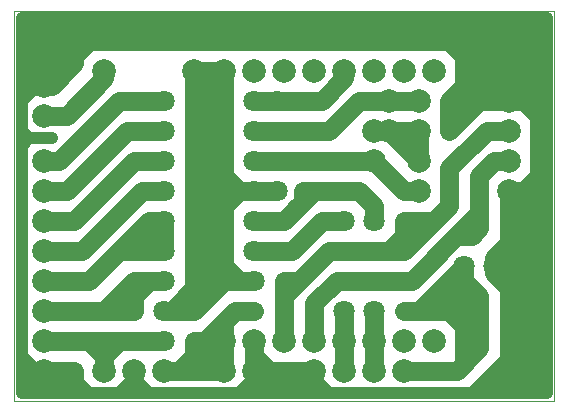
<source format=gbr>
%FSLAX34Y34*%
%MOMM*%
%LNSILK_TOP*%
G71*
G01*
%ADD10C, 0.10*%
%ADD11C, 4.00*%
%ADD12C, 2.00*%
%ADD13C, 2.00*%
%ADD14C, 1.60*%
%ADD15C, 1.80*%
%ADD16C, 1.00*%
%ADD17C, 1.80*%
%LPD*%
G54D10*
X698500Y850900D02*
X698500Y520700D01*
X393700Y520700D01*
G54D10*
X393700Y850900D02*
X698500Y850900D01*
G54D10*
X406400Y850900D02*
X241300Y850900D01*
X241300Y520700D01*
X406400Y520700D01*
X279400Y825500D02*
G54D11*
D03*
X520700Y800100D02*
G54D12*
D03*
X546100Y800100D02*
G54D12*
D03*
X419100Y571500D02*
G54D12*
D03*
X469900Y571500D02*
G54D12*
D03*
X495300Y571500D02*
G54D12*
D03*
X520700Y571500D02*
G54D12*
D03*
X546100Y571500D02*
G54D12*
D03*
X266700Y673100D02*
G54D12*
D03*
X266700Y698500D02*
G54D12*
D03*
X266700Y723900D02*
G54D12*
D03*
X266700Y762000D02*
G54D12*
D03*
X266700Y647700D02*
G54D12*
D03*
X266700Y622300D02*
G54D12*
D03*
X266700Y596900D02*
G54D12*
D03*
X266700Y787400D02*
G54D12*
D03*
X368300Y546100D02*
G54D12*
D03*
X342900Y546100D02*
G54D12*
D03*
X317500Y546100D02*
G54D12*
D03*
X660400Y749300D02*
G54D13*
D03*
X660400Y774700D02*
G54D13*
D03*
X266700Y571500D02*
G54D12*
D03*
X584200Y774700D02*
G54D13*
D03*
X584200Y749300D02*
G54D13*
D03*
X584200Y723900D02*
G54D13*
D03*
X660400Y723900D02*
G54D13*
D03*
X266700Y546100D02*
G54D12*
D03*
X584200Y698500D02*
G54D13*
D03*
X571500Y800100D02*
G54D12*
D03*
X596900Y800100D02*
G54D12*
D03*
X495300Y800100D02*
G54D12*
D03*
X469900Y800100D02*
G54D12*
D03*
X444500Y800100D02*
G54D12*
D03*
X419100Y800100D02*
G54D12*
D03*
G54D14*
X622300Y800100D02*
X622300Y838200D01*
X571500Y838200D01*
X571500Y825500D01*
X628650Y825500D01*
G54D14*
X609600Y825500D02*
X622300Y812800D01*
G54D14*
X558800Y838200D02*
X571500Y825500D01*
G54D14*
X603250Y838200D02*
X323850Y838200D01*
G54D14*
X584200Y825500D02*
X558800Y825500D01*
X546100Y838200D01*
G54D14*
X628650Y825500D02*
X628650Y806450D01*
X635000Y800100D01*
X647700Y800100D01*
X660400Y812800D01*
X654050Y812800D01*
X647700Y819150D01*
G54D10*
X241300Y850900D02*
X698500Y850900D01*
X698500Y520700D01*
X241300Y520700D01*
X241300Y850900D01*
X673100Y838200D02*
G54D15*
D03*
X673100Y533400D02*
G54D15*
D03*
G54D14*
X444500Y571500D02*
X444500Y533400D01*
X571500Y571500D02*
G54D12*
D03*
X596900Y571500D02*
G54D12*
D03*
G54D14*
X254000Y838200D02*
X323850Y838200D01*
G54D14*
X260350Y831850D02*
X260350Y819150D01*
X254000Y812800D01*
G54D16*
X266700Y838200D02*
X247650Y838200D01*
X247650Y533400D01*
X254000Y533400D01*
G54D16*
X431800Y527050D02*
X247650Y527050D01*
X247650Y552450D01*
G54D16*
X247650Y539750D02*
X260350Y527050D01*
G54D16*
X431800Y527050D02*
X692150Y527050D01*
X692150Y844550D01*
X247650Y844550D01*
X247650Y806450D01*
X254000Y800100D01*
G54D16*
X254000Y800100D02*
X254000Y793750D01*
X247650Y787400D01*
G54D14*
X342900Y546100D02*
X342900Y533400D01*
G54D16*
X342900Y546100D02*
X342900Y539750D01*
X355600Y527050D01*
G54D16*
X342900Y546100D02*
X342900Y539750D01*
X330200Y527050D01*
X673100Y812800D02*
G54D15*
D03*
X673100Y558800D02*
G54D15*
D03*
G54D14*
X266700Y571500D02*
X317500Y571500D01*
X317500Y546100D01*
G54D14*
X317500Y558800D02*
X304800Y571500D01*
G54D14*
X254000Y546100D02*
X292100Y546100D01*
X292100Y539750D01*
X285750Y533400D01*
G54D16*
X298450Y533400D02*
X304800Y527050D01*
G54D16*
X279400Y533400D02*
X254000Y533400D01*
X254000Y546100D01*
X266700Y533400D01*
X279400Y533400D01*
X368300Y596900D02*
G54D15*
D03*
X368300Y571500D02*
G54D15*
D03*
G54D14*
X368300Y571500D02*
X317500Y571500D01*
G54D14*
X330200Y571500D02*
X317500Y558800D01*
G54D14*
X393700Y571500D02*
X419100Y571500D01*
G54D14*
X368300Y546100D02*
X381000Y546100D01*
X393700Y558800D01*
X393700Y571500D01*
X393700Y558800D01*
X406400Y571500D01*
G54D16*
X266700Y546100D02*
X260350Y546100D01*
X247650Y558800D01*
G54D16*
X304800Y527050D02*
X292100Y539750D01*
X444500Y571500D02*
G54D12*
D03*
X495300Y546100D02*
G54D12*
D03*
X546100Y546100D02*
G54D12*
D03*
X520700Y546100D02*
G54D12*
D03*
X419100Y546100D02*
G54D13*
D03*
G54D16*
X444500Y546100D02*
X444500Y539750D01*
X431800Y527050D01*
G54D16*
X444500Y546100D02*
X444500Y539750D01*
X457200Y527050D01*
G54D14*
X368300Y546100D02*
X419100Y546100D01*
X419100Y571500D01*
X400050Y552450D01*
X660400Y698500D02*
G54D13*
D03*
X558800Y774700D02*
G54D13*
D03*
X558800Y749300D02*
G54D13*
D03*
X546100Y723900D02*
G54D13*
D03*
G54D14*
X584200Y774700D02*
X558800Y774700D01*
G54D14*
X660400Y774700D02*
X673100Y774700D01*
G54D14*
X660400Y698500D02*
X673100Y698500D01*
X520700Y596900D02*
G54D17*
D03*
X546100Y596900D02*
G54D17*
D03*
X546100Y673100D02*
G54D17*
D03*
G54D14*
X685800Y838200D02*
X685800Y533400D01*
G54D14*
X660400Y698500D02*
X685800Y698500D01*
G54D14*
X660400Y774700D02*
X685800Y774700D01*
G54D14*
X520700Y596900D02*
X520700Y571500D01*
G54D14*
X546100Y596900D02*
X546100Y571500D01*
X368300Y774700D02*
G54D17*
D03*
X444500Y774700D02*
G54D17*
D03*
X444500Y749300D02*
G54D17*
D03*
X444500Y723900D02*
G54D17*
D03*
X368300Y749300D02*
G54D17*
D03*
X368300Y723900D02*
G54D17*
D03*
X368300Y698500D02*
G54D17*
D03*
X368300Y673100D02*
G54D17*
D03*
X368300Y647700D02*
G54D17*
D03*
X368300Y622300D02*
G54D17*
D03*
X444500Y698500D02*
G54D17*
D03*
X444500Y673100D02*
G54D17*
D03*
X444500Y647700D02*
G54D17*
D03*
X444500Y622300D02*
G54D17*
D03*
G54D14*
X266700Y787400D02*
X254000Y787400D01*
G54D14*
X254000Y793750D02*
X254000Y800100D01*
X279400Y825500D01*
X266700Y825500D01*
X304800Y825500D01*
X298450Y825500D01*
X273050Y800100D01*
X254000Y800100D01*
G54D14*
X368300Y749300D02*
X336550Y749300D01*
X285750Y698500D01*
X266700Y698500D01*
G54D14*
X368300Y723900D02*
X342900Y723900D01*
X292100Y673100D01*
X266700Y673100D01*
G54D14*
X444500Y622300D02*
X419100Y622300D01*
X419100Y698500D01*
X444500Y698500D01*
X546100Y749300D02*
G54D13*
D03*
G54D14*
X520700Y800100D02*
X520700Y793750D01*
X501650Y774700D01*
X444500Y774700D01*
G54D14*
X584200Y774700D02*
X533400Y774700D01*
X508000Y749300D01*
X444500Y749300D01*
G54D14*
X584200Y698500D02*
X571500Y698500D01*
X546100Y723900D01*
X444500Y723900D01*
G54D14*
X584200Y723900D02*
X584200Y749300D01*
X546100Y749300D01*
G54D14*
X419100Y698500D02*
X419100Y800100D01*
G54D14*
X266700Y647700D02*
X298450Y647700D01*
X349250Y698500D01*
X368300Y698500D01*
G54D14*
X368300Y622300D02*
X342900Y622300D01*
G54D14*
X368300Y673100D02*
X355600Y673100D01*
X304800Y622300D01*
X266700Y622300D01*
G54D14*
X317500Y596900D02*
X342900Y596900D01*
X342900Y622300D01*
G54D14*
X368300Y622300D02*
X355600Y622300D01*
X330200Y596900D01*
G54D14*
X266700Y723900D02*
X279400Y723900D01*
X330200Y774700D01*
X368300Y774700D01*
G54D14*
X571500Y749300D02*
X584200Y736600D01*
G54D14*
X584200Y723900D02*
X558800Y749300D01*
G54D14*
X368300Y647700D02*
X368300Y673100D01*
G54D14*
X368300Y647700D02*
X330200Y647700D01*
X342900Y647700D01*
X355600Y660400D01*
G54D14*
X368300Y622300D02*
X342900Y622300D01*
X317500Y596900D01*
X266700Y596900D01*
G54D14*
X444500Y698500D02*
X431800Y698500D01*
X419100Y711200D01*
G54D14*
X444500Y698500D02*
X431800Y698500D01*
X419100Y685800D01*
G54D14*
X444500Y622300D02*
X431800Y622300D01*
X419100Y635000D01*
G54D14*
X571500Y660400D02*
X584200Y673100D01*
G54D14*
X609600Y774700D02*
X685800Y774700D01*
G54D14*
X609600Y774700D02*
X622300Y787400D01*
X622300Y812800D01*
G54D14*
X609600Y774700D02*
X609600Y749300D01*
X635000Y774700D01*
X673100Y774700D01*
X685800Y762000D01*
G54D14*
X679450Y781050D02*
X628650Y781050D01*
X622300Y787400D01*
X666750Y787400D01*
X673100Y793750D01*
X673100Y838200D01*
X641350Y838200D01*
X635000Y831850D01*
X628650Y831850D01*
X622300Y838200D01*
X628650Y838200D01*
X647700Y819150D01*
X654050Y819150D01*
X660400Y825500D01*
X654050Y825500D01*
X647700Y819150D01*
X641350Y819150D01*
X628650Y806450D01*
X641350Y806450D01*
X647700Y800100D01*
X660400Y812800D01*
X660400Y793750D01*
G54D14*
X660400Y698500D02*
X673100Y698500D01*
X685800Y711200D01*
G54D14*
X520700Y673100D02*
X501650Y673100D01*
X476250Y647700D01*
X444500Y647700D01*
G54D14*
X546100Y673100D02*
X546100Y685800D01*
X533400Y698500D01*
X495300Y698500D01*
X469900Y673100D01*
X444500Y673100D01*
G54D14*
X571500Y660400D02*
X571500Y673100D01*
X584200Y673100D01*
X463550Y698500D02*
G54D17*
D03*
X463550Y774700D02*
G54D17*
D03*
G54D14*
X463550Y698500D02*
X444500Y698500D01*
G54D14*
X368300Y596900D02*
X374650Y596900D01*
X400050Y622300D01*
X444500Y622300D01*
G54D14*
X419100Y800100D02*
X393700Y774700D01*
X393700Y615950D01*
X374650Y596900D01*
X368300Y596900D01*
G54D14*
X609600Y654050D02*
X635000Y679450D01*
G54D14*
X660400Y723900D02*
X647700Y723900D01*
X635000Y711200D01*
X635000Y679450D01*
G54D14*
X565150Y622300D02*
X577850Y622300D01*
X609600Y654050D01*
X622300Y635000D02*
G54D17*
D03*
X647700Y635000D02*
G54D17*
D03*
G54D14*
X609600Y654050D02*
X615950Y660400D01*
X628650Y660400D01*
X628650Y673100D01*
X635000Y679450D01*
G54D14*
X622300Y635000D02*
X622300Y596900D01*
X571500Y596900D01*
G54D14*
X635000Y571500D02*
X622300Y571500D01*
X622300Y596900D01*
G54D14*
X622300Y635000D02*
X584200Y596900D01*
X609600Y596900D01*
X609600Y609600D01*
X615950Y615950D01*
G54D14*
X609600Y596900D02*
X622300Y584200D01*
G54D14*
X635000Y571500D02*
X635000Y609600D01*
X622300Y622300D01*
X622300Y635000D01*
G54D14*
X673100Y558800D02*
X673100Y685800D01*
X673100Y666750D01*
X660400Y654050D01*
X660400Y615950D01*
X520700Y673100D02*
G54D17*
D03*
G54D14*
X400050Y622300D02*
X400050Y774700D01*
X406400Y781050D01*
X406400Y635000D01*
G54D16*
X266700Y787400D02*
X260350Y787400D01*
X247650Y774700D01*
G54D16*
X247650Y742950D02*
X273050Y742950D01*
X254000Y742950D01*
X247650Y749300D01*
G54D16*
X254000Y742950D02*
X247650Y736600D01*
G54D14*
X469900Y609600D02*
X469900Y622300D01*
X482600Y622300D01*
G54D14*
X495300Y698500D02*
X485775Y698500D01*
X485775Y688975D01*
X479425Y682625D01*
G54D14*
X368300Y546100D02*
X419100Y546100D01*
X419100Y571500D01*
X393700Y571500D01*
X393700Y558800D01*
X381000Y546100D01*
X393700Y546100D01*
X400050Y552450D01*
X400050Y565150D01*
X406400Y571500D01*
G54D14*
X444500Y596900D02*
X428625Y596900D01*
X419100Y587375D01*
X419100Y571500D01*
G54D14*
X400050Y565150D02*
X400050Y568325D01*
X419100Y587375D01*
G54D14*
X374650Y596900D02*
X393700Y596900D01*
X419100Y622300D01*
G54D14*
X495300Y571500D02*
X495300Y603250D01*
X514350Y622300D01*
X577850Y622300D01*
X635000Y679450D01*
X635000Y711200D01*
X647700Y723900D01*
X660400Y723900D01*
G54D14*
X660400Y749300D02*
X641350Y749300D01*
X609600Y717550D01*
X609600Y685800D01*
X571500Y647700D01*
X508000Y647700D01*
X469900Y609600D01*
X469900Y571500D01*
G54D14*
X571500Y673100D02*
X571500Y647700D01*
X571500Y673100D01*
X596900Y673100D01*
X444500Y546100D02*
G54D13*
D03*
G54D14*
X495300Y546100D02*
X444500Y546100D01*
G54D14*
X444500Y558800D02*
X457200Y546100D01*
G54D14*
X495300Y546100D02*
X495300Y533400D01*
X457200Y533400D01*
G54D14*
X520700Y546100D02*
X520700Y571500D01*
G54D14*
X546100Y546100D02*
X546100Y571500D01*
X571500Y546100D02*
G54D12*
D03*
G54D14*
X571500Y546100D02*
X615950Y546100D01*
X622300Y552450D01*
X622300Y571500D01*
G54D14*
X635000Y571500D02*
X635000Y565150D01*
X615950Y546100D01*
G54D14*
X647700Y533400D02*
X673100Y533400D01*
X673100Y546100D01*
X666750Y546100D01*
X660400Y539750D01*
G54D16*
X641350Y539750D02*
X628650Y527050D01*
G54D16*
X495300Y546100D02*
X495300Y539750D01*
X508000Y527050D01*
G54D14*
X558800Y647700D02*
X571500Y660400D01*
G54D14*
X660400Y615950D02*
X660400Y539750D01*
G54D14*
X647700Y635000D02*
X647700Y628650D01*
X660400Y615950D01*
G54D16*
X641350Y539750D02*
X660400Y558800D01*
X660400Y546100D01*
X647700Y533400D01*
X647700Y539750D01*
X654050Y546100D01*
G54D14*
X647700Y635000D02*
X647700Y641350D01*
X660400Y654050D01*
X660400Y698500D01*
G54D14*
X635000Y679450D02*
X635000Y666750D01*
X628650Y660400D01*
X673100Y635000D02*
G54D17*
D03*
X317500Y800100D02*
G54D13*
D03*
X393700Y800100D02*
G54D13*
D03*
G54D14*
X355600Y825500D02*
X368300Y838200D01*
G54D14*
X393700Y800100D02*
X393700Y774700D01*
G54D14*
X393700Y800100D02*
X419100Y800100D01*
G54D14*
X266700Y762000D02*
X285750Y762000D01*
X311150Y787400D01*
G54D14*
X266700Y787400D02*
X273050Y787400D01*
X292100Y806450D01*
X292100Y819150D01*
X298450Y825500D01*
G54D14*
X304800Y825500D02*
X355600Y825500D01*
G54D14*
X285750Y812800D02*
X292100Y812800D01*
X304800Y825500D01*
G54D14*
X355600Y825500D02*
X571500Y825500D01*
G54D14*
X317500Y800100D02*
X317500Y793750D01*
X292100Y768350D01*
M02*

</source>
